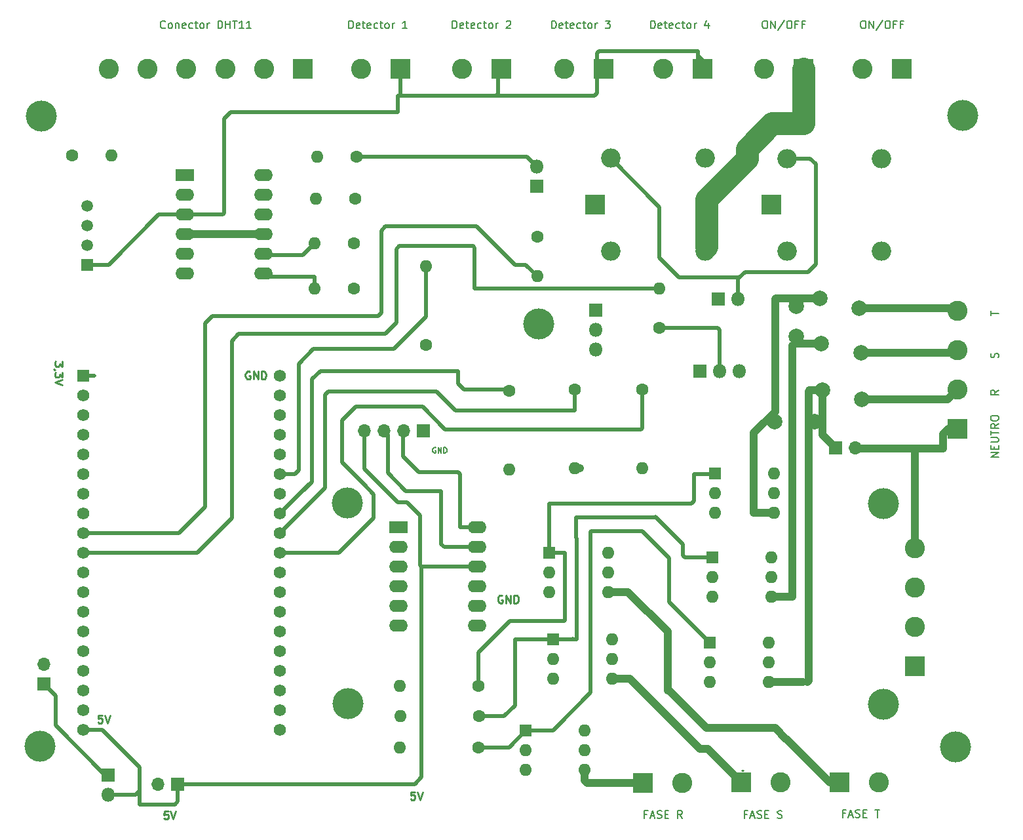
<source format=gbr>
%TF.GenerationSoftware,KiCad,Pcbnew,(5.1.9)-1*%
%TF.CreationDate,2021-11-17T10:25:34-03:00*%
%TF.ProjectId,MODULO-IoT,4d4f4455-4c4f-42d4-996f-542e6b696361,rev?*%
%TF.SameCoordinates,Original*%
%TF.FileFunction,Copper,L1,Top*%
%TF.FilePolarity,Positive*%
%FSLAX46Y46*%
G04 Gerber Fmt 4.6, Leading zero omitted, Abs format (unit mm)*
G04 Created by KiCad (PCBNEW (5.1.9)-1) date 2021-11-17 10:25:34*
%MOMM*%
%LPD*%
G01*
G04 APERTURE LIST*
%TA.AperFunction,NonConductor*%
%ADD10C,0.250000*%
%TD*%
%TA.AperFunction,NonConductor*%
%ADD11C,0.175000*%
%TD*%
%ADD12C,0.150000*%
%TA.AperFunction,ComponentPad*%
%ADD13O,1.700000X1.700000*%
%TD*%
%TA.AperFunction,ComponentPad*%
%ADD14R,1.700000X1.700000*%
%TD*%
%TA.AperFunction,ComponentPad*%
%ADD15O,1.800000X1.800000*%
%TD*%
%TA.AperFunction,ComponentPad*%
%ADD16R,1.800000X1.800000*%
%TD*%
%TA.AperFunction,ComponentPad*%
%ADD17C,2.600000*%
%TD*%
%TA.AperFunction,ComponentPad*%
%ADD18R,2.600000X2.600000*%
%TD*%
%TA.AperFunction,ComponentPad*%
%ADD19O,2.500000X2.500000*%
%TD*%
%TA.AperFunction,ComponentPad*%
%ADD20R,2.500000X2.500000*%
%TD*%
%TA.AperFunction,ComponentPad*%
%ADD21O,1.600000X1.600000*%
%TD*%
%TA.AperFunction,ComponentPad*%
%ADD22C,1.600000*%
%TD*%
%TA.AperFunction,ComponentPad*%
%ADD23R,1.600000X1.600000*%
%TD*%
%TA.AperFunction,ComponentPad*%
%ADD24R,1.500000X1.500000*%
%TD*%
%TA.AperFunction,ComponentPad*%
%ADD25C,1.500000*%
%TD*%
%TA.AperFunction,ComponentPad*%
%ADD26R,1.560000X1.560000*%
%TD*%
%TA.AperFunction,ComponentPad*%
%ADD27C,1.560000*%
%TD*%
%TA.AperFunction,ComponentPad*%
%ADD28R,2.400000X1.600000*%
%TD*%
%TA.AperFunction,ComponentPad*%
%ADD29O,2.400000X1.600000*%
%TD*%
%TA.AperFunction,ComponentPad*%
%ADD30C,2.010000*%
%TD*%
%TA.AperFunction,ViaPad*%
%ADD31C,4.000000*%
%TD*%
%TA.AperFunction,ViaPad*%
%ADD32C,2.000000*%
%TD*%
%TA.AperFunction,Conductor*%
%ADD33C,0.500000*%
%TD*%
%TA.AperFunction,Conductor*%
%ADD34C,1.000000*%
%TD*%
%TA.AperFunction,Conductor*%
%ADD35C,0.250000*%
%TD*%
%TA.AperFunction,Conductor*%
%ADD36C,3.000000*%
%TD*%
G04 APERTURE END LIST*
D10*
X93586323Y-134326380D02*
X93110133Y-134326380D01*
X93062514Y-134802571D01*
X93110133Y-134754952D01*
X93205371Y-134707333D01*
X93443466Y-134707333D01*
X93538704Y-134754952D01*
X93586323Y-134802571D01*
X93633942Y-134897809D01*
X93633942Y-135135904D01*
X93586323Y-135231142D01*
X93538704Y-135278761D01*
X93443466Y-135326380D01*
X93205371Y-135326380D01*
X93110133Y-135278761D01*
X93062514Y-135231142D01*
X93919657Y-134326380D02*
X94252990Y-135326380D01*
X94586323Y-134326380D01*
X112674495Y-89974800D02*
X112579257Y-89927180D01*
X112436400Y-89927180D01*
X112293542Y-89974800D01*
X112198304Y-90070038D01*
X112150685Y-90165276D01*
X112103066Y-90355752D01*
X112103066Y-90498609D01*
X112150685Y-90689085D01*
X112198304Y-90784323D01*
X112293542Y-90879561D01*
X112436400Y-90927180D01*
X112531638Y-90927180D01*
X112674495Y-90879561D01*
X112722114Y-90831942D01*
X112722114Y-90498609D01*
X112531638Y-90498609D01*
X113150685Y-90927180D02*
X113150685Y-89927180D01*
X113722114Y-90927180D01*
X113722114Y-89927180D01*
X114198304Y-90927180D02*
X114198304Y-89927180D01*
X114436400Y-89927180D01*
X114579257Y-89974800D01*
X114674495Y-90070038D01*
X114722114Y-90165276D01*
X114769733Y-90355752D01*
X114769733Y-90498609D01*
X114722114Y-90689085D01*
X114674495Y-90784323D01*
X114579257Y-90879561D01*
X114436400Y-90927180D01*
X114198304Y-90927180D01*
D11*
X136677466Y-99776800D02*
X136610800Y-99743466D01*
X136510800Y-99743466D01*
X136410800Y-99776800D01*
X136344133Y-99843466D01*
X136310800Y-99910133D01*
X136277466Y-100043466D01*
X136277466Y-100143466D01*
X136310800Y-100276800D01*
X136344133Y-100343466D01*
X136410800Y-100410133D01*
X136510800Y-100443466D01*
X136577466Y-100443466D01*
X136677466Y-100410133D01*
X136710800Y-100376800D01*
X136710800Y-100143466D01*
X136577466Y-100143466D01*
X137010800Y-100443466D02*
X137010800Y-99743466D01*
X137410800Y-100443466D01*
X137410800Y-99743466D01*
X137744133Y-100443466D02*
X137744133Y-99743466D01*
X137910800Y-99743466D01*
X138010800Y-99776800D01*
X138077466Y-99843466D01*
X138110800Y-99910133D01*
X138144133Y-100043466D01*
X138144133Y-100143466D01*
X138110800Y-100276800D01*
X138077466Y-100343466D01*
X138010800Y-100410133D01*
X137910800Y-100443466D01*
X137744133Y-100443466D01*
D10*
X102120723Y-146721580D02*
X101644533Y-146721580D01*
X101596914Y-147197771D01*
X101644533Y-147150152D01*
X101739771Y-147102533D01*
X101977866Y-147102533D01*
X102073104Y-147150152D01*
X102120723Y-147197771D01*
X102168342Y-147293009D01*
X102168342Y-147531104D01*
X102120723Y-147626342D01*
X102073104Y-147673961D01*
X101977866Y-147721580D01*
X101739771Y-147721580D01*
X101644533Y-147673961D01*
X101596914Y-147626342D01*
X102454057Y-146721580D02*
X102787390Y-147721580D01*
X103120723Y-146721580D01*
X133972323Y-144232380D02*
X133496133Y-144232380D01*
X133448514Y-144708571D01*
X133496133Y-144660952D01*
X133591371Y-144613333D01*
X133829466Y-144613333D01*
X133924704Y-144660952D01*
X133972323Y-144708571D01*
X134019942Y-144803809D01*
X134019942Y-145041904D01*
X133972323Y-145137142D01*
X133924704Y-145184761D01*
X133829466Y-145232380D01*
X133591371Y-145232380D01*
X133496133Y-145184761D01*
X133448514Y-145137142D01*
X134305657Y-144232380D02*
X134638990Y-145232380D01*
X134972323Y-144232380D01*
X145288095Y-118880000D02*
X145192857Y-118832380D01*
X145050000Y-118832380D01*
X144907142Y-118880000D01*
X144811904Y-118975238D01*
X144764285Y-119070476D01*
X144716666Y-119260952D01*
X144716666Y-119403809D01*
X144764285Y-119594285D01*
X144811904Y-119689523D01*
X144907142Y-119784761D01*
X145050000Y-119832380D01*
X145145238Y-119832380D01*
X145288095Y-119784761D01*
X145335714Y-119737142D01*
X145335714Y-119403809D01*
X145145238Y-119403809D01*
X145764285Y-119832380D02*
X145764285Y-118832380D01*
X146335714Y-119832380D01*
X146335714Y-118832380D01*
X146811904Y-119832380D02*
X146811904Y-118832380D01*
X147050000Y-118832380D01*
X147192857Y-118880000D01*
X147288095Y-118975238D01*
X147335714Y-119070476D01*
X147383333Y-119260952D01*
X147383333Y-119403809D01*
X147335714Y-119594285D01*
X147288095Y-119689523D01*
X147192857Y-119784761D01*
X147050000Y-119832380D01*
X146811904Y-119832380D01*
X88482419Y-88643009D02*
X88482419Y-89262057D01*
X88101466Y-88928723D01*
X88101466Y-89071580D01*
X88053847Y-89166819D01*
X88006228Y-89214438D01*
X87910990Y-89262057D01*
X87672895Y-89262057D01*
X87577657Y-89214438D01*
X87530038Y-89166819D01*
X87482419Y-89071580D01*
X87482419Y-88785866D01*
X87530038Y-88690628D01*
X87577657Y-88643009D01*
X87530038Y-89738247D02*
X87482419Y-89738247D01*
X87387180Y-89690628D01*
X87339561Y-89643009D01*
X88482419Y-90071580D02*
X88482419Y-90690628D01*
X88101466Y-90357295D01*
X88101466Y-90500152D01*
X88053847Y-90595390D01*
X88006228Y-90643009D01*
X87910990Y-90690628D01*
X87672895Y-90690628D01*
X87577657Y-90643009D01*
X87530038Y-90595390D01*
X87482419Y-90500152D01*
X87482419Y-90214438D01*
X87530038Y-90119200D01*
X87577657Y-90071580D01*
X88482419Y-90976342D02*
X87482419Y-91309676D01*
X88482419Y-91643009D01*
%TO.C,J10*%
D12*
X163969961Y-147096171D02*
X163636628Y-147096171D01*
X163636628Y-147619980D02*
X163636628Y-146619980D01*
X164112819Y-146619980D01*
X164446152Y-147334266D02*
X164922342Y-147334266D01*
X164350914Y-147619980D02*
X164684247Y-146619980D01*
X165017580Y-147619980D01*
X165303295Y-147572361D02*
X165446152Y-147619980D01*
X165684247Y-147619980D01*
X165779485Y-147572361D01*
X165827104Y-147524742D01*
X165874723Y-147429504D01*
X165874723Y-147334266D01*
X165827104Y-147239028D01*
X165779485Y-147191409D01*
X165684247Y-147143790D01*
X165493771Y-147096171D01*
X165398533Y-147048552D01*
X165350914Y-147000933D01*
X165303295Y-146905695D01*
X165303295Y-146810457D01*
X165350914Y-146715219D01*
X165398533Y-146667600D01*
X165493771Y-146619980D01*
X165731866Y-146619980D01*
X165874723Y-146667600D01*
X166303295Y-147096171D02*
X166636628Y-147096171D01*
X166779485Y-147619980D02*
X166303295Y-147619980D01*
X166303295Y-146619980D01*
X166779485Y-146619980D01*
X168541390Y-147619980D02*
X168208057Y-147143790D01*
X167969961Y-147619980D02*
X167969961Y-146619980D01*
X168350914Y-146619980D01*
X168446152Y-146667600D01*
X168493771Y-146715219D01*
X168541390Y-146810457D01*
X168541390Y-146953314D01*
X168493771Y-147048552D01*
X168446152Y-147096171D01*
X168350914Y-147143790D01*
X167969961Y-147143790D01*
%TO.C,J9*%
X176896971Y-147096171D02*
X176563638Y-147096171D01*
X176563638Y-147619980D02*
X176563638Y-146619980D01*
X177039828Y-146619980D01*
X177373161Y-147334266D02*
X177849352Y-147334266D01*
X177277923Y-147619980D02*
X177611257Y-146619980D01*
X177944590Y-147619980D01*
X178230304Y-147572361D02*
X178373161Y-147619980D01*
X178611257Y-147619980D01*
X178706495Y-147572361D01*
X178754114Y-147524742D01*
X178801733Y-147429504D01*
X178801733Y-147334266D01*
X178754114Y-147239028D01*
X178706495Y-147191409D01*
X178611257Y-147143790D01*
X178420780Y-147096171D01*
X178325542Y-147048552D01*
X178277923Y-147000933D01*
X178230304Y-146905695D01*
X178230304Y-146810457D01*
X178277923Y-146715219D01*
X178325542Y-146667600D01*
X178420780Y-146619980D01*
X178658876Y-146619980D01*
X178801733Y-146667600D01*
X179230304Y-147096171D02*
X179563638Y-147096171D01*
X179706495Y-147619980D02*
X179230304Y-147619980D01*
X179230304Y-146619980D01*
X179706495Y-146619980D01*
X180849352Y-147572361D02*
X180992209Y-147619980D01*
X181230304Y-147619980D01*
X181325542Y-147572361D01*
X181373161Y-147524742D01*
X181420780Y-147429504D01*
X181420780Y-147334266D01*
X181373161Y-147239028D01*
X181325542Y-147191409D01*
X181230304Y-147143790D01*
X181039828Y-147096171D01*
X180944590Y-147048552D01*
X180896971Y-147000933D01*
X180849352Y-146905695D01*
X180849352Y-146810457D01*
X180896971Y-146715219D01*
X180944590Y-146667600D01*
X181039828Y-146619980D01*
X181277923Y-146619980D01*
X181420780Y-146667600D01*
%TO.C,J8*%
X189590609Y-146994571D02*
X189257276Y-146994571D01*
X189257276Y-147518380D02*
X189257276Y-146518380D01*
X189733466Y-146518380D01*
X190066800Y-147232666D02*
X190542990Y-147232666D01*
X189971561Y-147518380D02*
X190304895Y-146518380D01*
X190638228Y-147518380D01*
X190923942Y-147470761D02*
X191066800Y-147518380D01*
X191304895Y-147518380D01*
X191400133Y-147470761D01*
X191447752Y-147423142D01*
X191495371Y-147327904D01*
X191495371Y-147232666D01*
X191447752Y-147137428D01*
X191400133Y-147089809D01*
X191304895Y-147042190D01*
X191114419Y-146994571D01*
X191019180Y-146946952D01*
X190971561Y-146899333D01*
X190923942Y-146804095D01*
X190923942Y-146708857D01*
X190971561Y-146613619D01*
X191019180Y-146566000D01*
X191114419Y-146518380D01*
X191352514Y-146518380D01*
X191495371Y-146566000D01*
X191923942Y-146994571D02*
X192257276Y-146994571D01*
X192400133Y-147518380D02*
X191923942Y-147518380D01*
X191923942Y-146518380D01*
X192400133Y-146518380D01*
X193447752Y-146518380D02*
X194019180Y-146518380D01*
X193733466Y-147518380D02*
X193733466Y-146518380D01*
%TO.C,J12*%
X125471752Y-45642380D02*
X125471752Y-44642380D01*
X125709847Y-44642380D01*
X125852704Y-44690000D01*
X125947942Y-44785238D01*
X125995561Y-44880476D01*
X126043180Y-45070952D01*
X126043180Y-45213809D01*
X125995561Y-45404285D01*
X125947942Y-45499523D01*
X125852704Y-45594761D01*
X125709847Y-45642380D01*
X125471752Y-45642380D01*
X126852704Y-45594761D02*
X126757466Y-45642380D01*
X126566990Y-45642380D01*
X126471752Y-45594761D01*
X126424133Y-45499523D01*
X126424133Y-45118571D01*
X126471752Y-45023333D01*
X126566990Y-44975714D01*
X126757466Y-44975714D01*
X126852704Y-45023333D01*
X126900323Y-45118571D01*
X126900323Y-45213809D01*
X126424133Y-45309047D01*
X127186038Y-44975714D02*
X127566990Y-44975714D01*
X127328895Y-44642380D02*
X127328895Y-45499523D01*
X127376514Y-45594761D01*
X127471752Y-45642380D01*
X127566990Y-45642380D01*
X128281276Y-45594761D02*
X128186038Y-45642380D01*
X127995561Y-45642380D01*
X127900323Y-45594761D01*
X127852704Y-45499523D01*
X127852704Y-45118571D01*
X127900323Y-45023333D01*
X127995561Y-44975714D01*
X128186038Y-44975714D01*
X128281276Y-45023333D01*
X128328895Y-45118571D01*
X128328895Y-45213809D01*
X127852704Y-45309047D01*
X129186038Y-45594761D02*
X129090800Y-45642380D01*
X128900323Y-45642380D01*
X128805085Y-45594761D01*
X128757466Y-45547142D01*
X128709847Y-45451904D01*
X128709847Y-45166190D01*
X128757466Y-45070952D01*
X128805085Y-45023333D01*
X128900323Y-44975714D01*
X129090800Y-44975714D01*
X129186038Y-45023333D01*
X129471752Y-44975714D02*
X129852704Y-44975714D01*
X129614609Y-44642380D02*
X129614609Y-45499523D01*
X129662228Y-45594761D01*
X129757466Y-45642380D01*
X129852704Y-45642380D01*
X130328895Y-45642380D02*
X130233657Y-45594761D01*
X130186038Y-45547142D01*
X130138419Y-45451904D01*
X130138419Y-45166190D01*
X130186038Y-45070952D01*
X130233657Y-45023333D01*
X130328895Y-44975714D01*
X130471752Y-44975714D01*
X130566990Y-45023333D01*
X130614609Y-45070952D01*
X130662228Y-45166190D01*
X130662228Y-45451904D01*
X130614609Y-45547142D01*
X130566990Y-45594761D01*
X130471752Y-45642380D01*
X130328895Y-45642380D01*
X131090800Y-45642380D02*
X131090800Y-44975714D01*
X131090800Y-45166190D02*
X131138419Y-45070952D01*
X131186038Y-45023333D01*
X131281276Y-44975714D01*
X131376514Y-44975714D01*
X132995561Y-45642380D02*
X132424133Y-45642380D01*
X132709847Y-45642380D02*
X132709847Y-44642380D01*
X132614609Y-44785238D01*
X132519371Y-44880476D01*
X132424133Y-44928095D01*
%TO.C,J16*%
X179136990Y-44642380D02*
X179327466Y-44642380D01*
X179422704Y-44690000D01*
X179517942Y-44785238D01*
X179565561Y-44975714D01*
X179565561Y-45309047D01*
X179517942Y-45499523D01*
X179422704Y-45594761D01*
X179327466Y-45642380D01*
X179136990Y-45642380D01*
X179041752Y-45594761D01*
X178946514Y-45499523D01*
X178898895Y-45309047D01*
X178898895Y-44975714D01*
X178946514Y-44785238D01*
X179041752Y-44690000D01*
X179136990Y-44642380D01*
X179994133Y-45642380D02*
X179994133Y-44642380D01*
X180565561Y-45642380D01*
X180565561Y-44642380D01*
X181756038Y-44594761D02*
X180898895Y-45880476D01*
X182279847Y-44642380D02*
X182470323Y-44642380D01*
X182565561Y-44690000D01*
X182660800Y-44785238D01*
X182708419Y-44975714D01*
X182708419Y-45309047D01*
X182660800Y-45499523D01*
X182565561Y-45594761D01*
X182470323Y-45642380D01*
X182279847Y-45642380D01*
X182184609Y-45594761D01*
X182089371Y-45499523D01*
X182041752Y-45309047D01*
X182041752Y-44975714D01*
X182089371Y-44785238D01*
X182184609Y-44690000D01*
X182279847Y-44642380D01*
X183470323Y-45118571D02*
X183136990Y-45118571D01*
X183136990Y-45642380D02*
X183136990Y-44642380D01*
X183613180Y-44642380D01*
X184327466Y-45118571D02*
X183994133Y-45118571D01*
X183994133Y-45642380D02*
X183994133Y-44642380D01*
X184470323Y-44642380D01*
%TO.C,J1*%
X209392780Y-101000342D02*
X208392780Y-101000342D01*
X209392780Y-100428914D01*
X208392780Y-100428914D01*
X208868971Y-99952723D02*
X208868971Y-99619390D01*
X209392780Y-99476533D02*
X209392780Y-99952723D01*
X208392780Y-99952723D01*
X208392780Y-99476533D01*
X208392780Y-99047961D02*
X209202304Y-99047961D01*
X209297542Y-99000342D01*
X209345161Y-98952723D01*
X209392780Y-98857485D01*
X209392780Y-98667009D01*
X209345161Y-98571771D01*
X209297542Y-98524152D01*
X209202304Y-98476533D01*
X208392780Y-98476533D01*
X208392780Y-98143200D02*
X208392780Y-97571771D01*
X209392780Y-97857485D02*
X208392780Y-97857485D01*
X209392780Y-96667009D02*
X208916590Y-97000342D01*
X209392780Y-97238438D02*
X208392780Y-97238438D01*
X208392780Y-96857485D01*
X208440400Y-96762247D01*
X208488019Y-96714628D01*
X208583257Y-96667009D01*
X208726114Y-96667009D01*
X208821352Y-96714628D01*
X208868971Y-96762247D01*
X208916590Y-96857485D01*
X208916590Y-97238438D01*
X208392780Y-96047961D02*
X208392780Y-95857485D01*
X208440400Y-95762247D01*
X208535638Y-95667009D01*
X208726114Y-95619390D01*
X209059447Y-95619390D01*
X209249923Y-95667009D01*
X209345161Y-95762247D01*
X209392780Y-95857485D01*
X209392780Y-96047961D01*
X209345161Y-96143200D01*
X209249923Y-96238438D01*
X209059447Y-96286057D01*
X208726114Y-96286057D01*
X208535638Y-96238438D01*
X208440400Y-96143200D01*
X208392780Y-96047961D01*
X209392780Y-92333676D02*
X208916590Y-92667009D01*
X209392780Y-92905104D02*
X208392780Y-92905104D01*
X208392780Y-92524152D01*
X208440400Y-92428914D01*
X208488019Y-92381295D01*
X208583257Y-92333676D01*
X208726114Y-92333676D01*
X208821352Y-92381295D01*
X208868971Y-92428914D01*
X208916590Y-92524152D01*
X208916590Y-92905104D01*
X209345161Y-88143200D02*
X209392780Y-88000342D01*
X209392780Y-87762247D01*
X209345161Y-87667009D01*
X209297542Y-87619390D01*
X209202304Y-87571771D01*
X209107066Y-87571771D01*
X209011828Y-87619390D01*
X208964209Y-87667009D01*
X208916590Y-87762247D01*
X208868971Y-87952723D01*
X208821352Y-88047961D01*
X208773733Y-88095580D01*
X208678495Y-88143200D01*
X208583257Y-88143200D01*
X208488019Y-88095580D01*
X208440400Y-88047961D01*
X208392780Y-87952723D01*
X208392780Y-87714628D01*
X208440400Y-87571771D01*
X208392780Y-82714628D02*
X208392780Y-82143200D01*
X209392780Y-82428914D02*
X208392780Y-82428914D01*
%TO.C,J17*%
X191836990Y-44642380D02*
X192027466Y-44642380D01*
X192122704Y-44690000D01*
X192217942Y-44785238D01*
X192265561Y-44975714D01*
X192265561Y-45309047D01*
X192217942Y-45499523D01*
X192122704Y-45594761D01*
X192027466Y-45642380D01*
X191836990Y-45642380D01*
X191741752Y-45594761D01*
X191646514Y-45499523D01*
X191598895Y-45309047D01*
X191598895Y-44975714D01*
X191646514Y-44785238D01*
X191741752Y-44690000D01*
X191836990Y-44642380D01*
X192694133Y-45642380D02*
X192694133Y-44642380D01*
X193265561Y-45642380D01*
X193265561Y-44642380D01*
X194456038Y-44594761D02*
X193598895Y-45880476D01*
X194979847Y-44642380D02*
X195170323Y-44642380D01*
X195265561Y-44690000D01*
X195360800Y-44785238D01*
X195408419Y-44975714D01*
X195408419Y-45309047D01*
X195360800Y-45499523D01*
X195265561Y-45594761D01*
X195170323Y-45642380D01*
X194979847Y-45642380D01*
X194884609Y-45594761D01*
X194789371Y-45499523D01*
X194741752Y-45309047D01*
X194741752Y-44975714D01*
X194789371Y-44785238D01*
X194884609Y-44690000D01*
X194979847Y-44642380D01*
X196170323Y-45118571D02*
X195836990Y-45118571D01*
X195836990Y-45642380D02*
X195836990Y-44642380D01*
X196313180Y-44642380D01*
X197027466Y-45118571D02*
X196694133Y-45118571D01*
X196694133Y-45642380D02*
X196694133Y-44642380D01*
X197170323Y-44642380D01*
%TO.C,J13*%
X138857504Y-45642380D02*
X138857504Y-44642380D01*
X139095600Y-44642380D01*
X139238457Y-44690000D01*
X139333695Y-44785238D01*
X139381314Y-44880476D01*
X139428933Y-45070952D01*
X139428933Y-45213809D01*
X139381314Y-45404285D01*
X139333695Y-45499523D01*
X139238457Y-45594761D01*
X139095600Y-45642380D01*
X138857504Y-45642380D01*
X140238457Y-45594761D02*
X140143219Y-45642380D01*
X139952742Y-45642380D01*
X139857504Y-45594761D01*
X139809885Y-45499523D01*
X139809885Y-45118571D01*
X139857504Y-45023333D01*
X139952742Y-44975714D01*
X140143219Y-44975714D01*
X140238457Y-45023333D01*
X140286076Y-45118571D01*
X140286076Y-45213809D01*
X139809885Y-45309047D01*
X140571790Y-44975714D02*
X140952742Y-44975714D01*
X140714647Y-44642380D02*
X140714647Y-45499523D01*
X140762266Y-45594761D01*
X140857504Y-45642380D01*
X140952742Y-45642380D01*
X141667028Y-45594761D02*
X141571790Y-45642380D01*
X141381314Y-45642380D01*
X141286076Y-45594761D01*
X141238457Y-45499523D01*
X141238457Y-45118571D01*
X141286076Y-45023333D01*
X141381314Y-44975714D01*
X141571790Y-44975714D01*
X141667028Y-45023333D01*
X141714647Y-45118571D01*
X141714647Y-45213809D01*
X141238457Y-45309047D01*
X142571790Y-45594761D02*
X142476552Y-45642380D01*
X142286076Y-45642380D01*
X142190838Y-45594761D01*
X142143219Y-45547142D01*
X142095600Y-45451904D01*
X142095600Y-45166190D01*
X142143219Y-45070952D01*
X142190838Y-45023333D01*
X142286076Y-44975714D01*
X142476552Y-44975714D01*
X142571790Y-45023333D01*
X142857504Y-44975714D02*
X143238457Y-44975714D01*
X143000361Y-44642380D02*
X143000361Y-45499523D01*
X143047980Y-45594761D01*
X143143219Y-45642380D01*
X143238457Y-45642380D01*
X143714647Y-45642380D02*
X143619409Y-45594761D01*
X143571790Y-45547142D01*
X143524171Y-45451904D01*
X143524171Y-45166190D01*
X143571790Y-45070952D01*
X143619409Y-45023333D01*
X143714647Y-44975714D01*
X143857504Y-44975714D01*
X143952742Y-45023333D01*
X144000361Y-45070952D01*
X144047980Y-45166190D01*
X144047980Y-45451904D01*
X144000361Y-45547142D01*
X143952742Y-45594761D01*
X143857504Y-45642380D01*
X143714647Y-45642380D01*
X144476552Y-45642380D02*
X144476552Y-44975714D01*
X144476552Y-45166190D02*
X144524171Y-45070952D01*
X144571790Y-45023333D01*
X144667028Y-44975714D01*
X144762266Y-44975714D01*
X145809885Y-44737619D02*
X145857504Y-44690000D01*
X145952742Y-44642380D01*
X146190838Y-44642380D01*
X146286076Y-44690000D01*
X146333695Y-44737619D01*
X146381314Y-44832857D01*
X146381314Y-44928095D01*
X146333695Y-45070952D01*
X145762266Y-45642380D01*
X146381314Y-45642380D01*
%TO.C,J14*%
X151684552Y-45642380D02*
X151684552Y-44642380D01*
X151922647Y-44642380D01*
X152065504Y-44690000D01*
X152160742Y-44785238D01*
X152208361Y-44880476D01*
X152255980Y-45070952D01*
X152255980Y-45213809D01*
X152208361Y-45404285D01*
X152160742Y-45499523D01*
X152065504Y-45594761D01*
X151922647Y-45642380D01*
X151684552Y-45642380D01*
X153065504Y-45594761D02*
X152970266Y-45642380D01*
X152779790Y-45642380D01*
X152684552Y-45594761D01*
X152636933Y-45499523D01*
X152636933Y-45118571D01*
X152684552Y-45023333D01*
X152779790Y-44975714D01*
X152970266Y-44975714D01*
X153065504Y-45023333D01*
X153113123Y-45118571D01*
X153113123Y-45213809D01*
X152636933Y-45309047D01*
X153398838Y-44975714D02*
X153779790Y-44975714D01*
X153541695Y-44642380D02*
X153541695Y-45499523D01*
X153589314Y-45594761D01*
X153684552Y-45642380D01*
X153779790Y-45642380D01*
X154494076Y-45594761D02*
X154398838Y-45642380D01*
X154208361Y-45642380D01*
X154113123Y-45594761D01*
X154065504Y-45499523D01*
X154065504Y-45118571D01*
X154113123Y-45023333D01*
X154208361Y-44975714D01*
X154398838Y-44975714D01*
X154494076Y-45023333D01*
X154541695Y-45118571D01*
X154541695Y-45213809D01*
X154065504Y-45309047D01*
X155398838Y-45594761D02*
X155303600Y-45642380D01*
X155113123Y-45642380D01*
X155017885Y-45594761D01*
X154970266Y-45547142D01*
X154922647Y-45451904D01*
X154922647Y-45166190D01*
X154970266Y-45070952D01*
X155017885Y-45023333D01*
X155113123Y-44975714D01*
X155303600Y-44975714D01*
X155398838Y-45023333D01*
X155684552Y-44975714D02*
X156065504Y-44975714D01*
X155827409Y-44642380D02*
X155827409Y-45499523D01*
X155875028Y-45594761D01*
X155970266Y-45642380D01*
X156065504Y-45642380D01*
X156541695Y-45642380D02*
X156446457Y-45594761D01*
X156398838Y-45547142D01*
X156351219Y-45451904D01*
X156351219Y-45166190D01*
X156398838Y-45070952D01*
X156446457Y-45023333D01*
X156541695Y-44975714D01*
X156684552Y-44975714D01*
X156779790Y-45023333D01*
X156827409Y-45070952D01*
X156875028Y-45166190D01*
X156875028Y-45451904D01*
X156827409Y-45547142D01*
X156779790Y-45594761D01*
X156684552Y-45642380D01*
X156541695Y-45642380D01*
X157303600Y-45642380D02*
X157303600Y-44975714D01*
X157303600Y-45166190D02*
X157351219Y-45070952D01*
X157398838Y-45023333D01*
X157494076Y-44975714D01*
X157589314Y-44975714D01*
X158589314Y-44642380D02*
X159208361Y-44642380D01*
X158875028Y-45023333D01*
X159017885Y-45023333D01*
X159113123Y-45070952D01*
X159160742Y-45118571D01*
X159208361Y-45213809D01*
X159208361Y-45451904D01*
X159160742Y-45547142D01*
X159113123Y-45594761D01*
X159017885Y-45642380D01*
X158732171Y-45642380D01*
X158636933Y-45594761D01*
X158589314Y-45547142D01*
%TO.C,J15*%
X164486152Y-45642380D02*
X164486152Y-44642380D01*
X164724247Y-44642380D01*
X164867104Y-44690000D01*
X164962342Y-44785238D01*
X165009961Y-44880476D01*
X165057580Y-45070952D01*
X165057580Y-45213809D01*
X165009961Y-45404285D01*
X164962342Y-45499523D01*
X164867104Y-45594761D01*
X164724247Y-45642380D01*
X164486152Y-45642380D01*
X165867104Y-45594761D02*
X165771866Y-45642380D01*
X165581390Y-45642380D01*
X165486152Y-45594761D01*
X165438533Y-45499523D01*
X165438533Y-45118571D01*
X165486152Y-45023333D01*
X165581390Y-44975714D01*
X165771866Y-44975714D01*
X165867104Y-45023333D01*
X165914723Y-45118571D01*
X165914723Y-45213809D01*
X165438533Y-45309047D01*
X166200438Y-44975714D02*
X166581390Y-44975714D01*
X166343295Y-44642380D02*
X166343295Y-45499523D01*
X166390914Y-45594761D01*
X166486152Y-45642380D01*
X166581390Y-45642380D01*
X167295676Y-45594761D02*
X167200438Y-45642380D01*
X167009961Y-45642380D01*
X166914723Y-45594761D01*
X166867104Y-45499523D01*
X166867104Y-45118571D01*
X166914723Y-45023333D01*
X167009961Y-44975714D01*
X167200438Y-44975714D01*
X167295676Y-45023333D01*
X167343295Y-45118571D01*
X167343295Y-45213809D01*
X166867104Y-45309047D01*
X168200438Y-45594761D02*
X168105200Y-45642380D01*
X167914723Y-45642380D01*
X167819485Y-45594761D01*
X167771866Y-45547142D01*
X167724247Y-45451904D01*
X167724247Y-45166190D01*
X167771866Y-45070952D01*
X167819485Y-45023333D01*
X167914723Y-44975714D01*
X168105200Y-44975714D01*
X168200438Y-45023333D01*
X168486152Y-44975714D02*
X168867104Y-44975714D01*
X168629009Y-44642380D02*
X168629009Y-45499523D01*
X168676628Y-45594761D01*
X168771866Y-45642380D01*
X168867104Y-45642380D01*
X169343295Y-45642380D02*
X169248057Y-45594761D01*
X169200438Y-45547142D01*
X169152819Y-45451904D01*
X169152819Y-45166190D01*
X169200438Y-45070952D01*
X169248057Y-45023333D01*
X169343295Y-44975714D01*
X169486152Y-44975714D01*
X169581390Y-45023333D01*
X169629009Y-45070952D01*
X169676628Y-45166190D01*
X169676628Y-45451904D01*
X169629009Y-45547142D01*
X169581390Y-45594761D01*
X169486152Y-45642380D01*
X169343295Y-45642380D01*
X170105200Y-45642380D02*
X170105200Y-44975714D01*
X170105200Y-45166190D02*
X170152819Y-45070952D01*
X170200438Y-45023333D01*
X170295676Y-44975714D01*
X170390914Y-44975714D01*
X171914723Y-44975714D02*
X171914723Y-45642380D01*
X171676628Y-44594761D02*
X171438533Y-45309047D01*
X172057580Y-45309047D01*
%TO.C,J11*%
X101743504Y-45547142D02*
X101695885Y-45594761D01*
X101553028Y-45642380D01*
X101457790Y-45642380D01*
X101314933Y-45594761D01*
X101219695Y-45499523D01*
X101172076Y-45404285D01*
X101124457Y-45213809D01*
X101124457Y-45070952D01*
X101172076Y-44880476D01*
X101219695Y-44785238D01*
X101314933Y-44690000D01*
X101457790Y-44642380D01*
X101553028Y-44642380D01*
X101695885Y-44690000D01*
X101743504Y-44737619D01*
X102314933Y-45642380D02*
X102219695Y-45594761D01*
X102172076Y-45547142D01*
X102124457Y-45451904D01*
X102124457Y-45166190D01*
X102172076Y-45070952D01*
X102219695Y-45023333D01*
X102314933Y-44975714D01*
X102457790Y-44975714D01*
X102553028Y-45023333D01*
X102600647Y-45070952D01*
X102648266Y-45166190D01*
X102648266Y-45451904D01*
X102600647Y-45547142D01*
X102553028Y-45594761D01*
X102457790Y-45642380D01*
X102314933Y-45642380D01*
X103076838Y-44975714D02*
X103076838Y-45642380D01*
X103076838Y-45070952D02*
X103124457Y-45023333D01*
X103219695Y-44975714D01*
X103362552Y-44975714D01*
X103457790Y-45023333D01*
X103505409Y-45118571D01*
X103505409Y-45642380D01*
X104362552Y-45594761D02*
X104267314Y-45642380D01*
X104076838Y-45642380D01*
X103981600Y-45594761D01*
X103933980Y-45499523D01*
X103933980Y-45118571D01*
X103981600Y-45023333D01*
X104076838Y-44975714D01*
X104267314Y-44975714D01*
X104362552Y-45023333D01*
X104410171Y-45118571D01*
X104410171Y-45213809D01*
X103933980Y-45309047D01*
X105267314Y-45594761D02*
X105172076Y-45642380D01*
X104981600Y-45642380D01*
X104886361Y-45594761D01*
X104838742Y-45547142D01*
X104791123Y-45451904D01*
X104791123Y-45166190D01*
X104838742Y-45070952D01*
X104886361Y-45023333D01*
X104981600Y-44975714D01*
X105172076Y-44975714D01*
X105267314Y-45023333D01*
X105553028Y-44975714D02*
X105933980Y-44975714D01*
X105695885Y-44642380D02*
X105695885Y-45499523D01*
X105743504Y-45594761D01*
X105838742Y-45642380D01*
X105933980Y-45642380D01*
X106410171Y-45642380D02*
X106314933Y-45594761D01*
X106267314Y-45547142D01*
X106219695Y-45451904D01*
X106219695Y-45166190D01*
X106267314Y-45070952D01*
X106314933Y-45023333D01*
X106410171Y-44975714D01*
X106553028Y-44975714D01*
X106648266Y-45023333D01*
X106695885Y-45070952D01*
X106743504Y-45166190D01*
X106743504Y-45451904D01*
X106695885Y-45547142D01*
X106648266Y-45594761D01*
X106553028Y-45642380D01*
X106410171Y-45642380D01*
X107172076Y-45642380D02*
X107172076Y-44975714D01*
X107172076Y-45166190D02*
X107219695Y-45070952D01*
X107267314Y-45023333D01*
X107362552Y-44975714D01*
X107457790Y-44975714D01*
X108553028Y-45642380D02*
X108553028Y-44642380D01*
X108791123Y-44642380D01*
X108933980Y-44690000D01*
X109029219Y-44785238D01*
X109076838Y-44880476D01*
X109124457Y-45070952D01*
X109124457Y-45213809D01*
X109076838Y-45404285D01*
X109029219Y-45499523D01*
X108933980Y-45594761D01*
X108791123Y-45642380D01*
X108553028Y-45642380D01*
X109553028Y-45642380D02*
X109553028Y-44642380D01*
X109553028Y-45118571D02*
X110124457Y-45118571D01*
X110124457Y-45642380D02*
X110124457Y-44642380D01*
X110457790Y-44642380D02*
X111029219Y-44642380D01*
X110743504Y-45642380D02*
X110743504Y-44642380D01*
X111886361Y-45642380D02*
X111314933Y-45642380D01*
X111600647Y-45642380D02*
X111600647Y-44642380D01*
X111505409Y-44785238D01*
X111410171Y-44880476D01*
X111314933Y-44928095D01*
X112838742Y-45642380D02*
X112267314Y-45642380D01*
X112553028Y-45642380D02*
X112553028Y-44642380D01*
X112457790Y-44785238D01*
X112362552Y-44880476D01*
X112267314Y-44928095D01*
%TD*%
D13*
%TO.P,J4,2*%
%TO.N,Net-(J3-Pad2)*%
X86055200Y-127762000D03*
D14*
%TO.P,J4,1*%
%TO.N,Net-(D3-Pad1)*%
X86055200Y-130302000D03*
%TD*%
D15*
%TO.P,D3,2*%
%TO.N,Net-(D1-Pad2)*%
X94335600Y-144576800D03*
D16*
%TO.P,D3,1*%
%TO.N,Net-(D3-Pad1)*%
X94335600Y-142036800D03*
%TD*%
D17*
%TO.P,J10,2*%
%TO.N,Net-(J10-Pad2)*%
X168554400Y-143052800D03*
D18*
%TO.P,J10,1*%
%TO.N,Net-(J10-Pad1)*%
X163474400Y-143052800D03*
%TD*%
D17*
%TO.P,J9,2*%
%TO.N,Net-(J10-Pad2)*%
X181203600Y-143002000D03*
D18*
%TO.P,J9,1*%
%TO.N,Net-(J9-Pad1)*%
X176123600Y-143002000D03*
%TD*%
D17*
%TO.P,J8,2*%
%TO.N,Net-(J10-Pad2)*%
X193903600Y-143002000D03*
D18*
%TO.P,J8,1*%
%TO.N,Net-(J8-Pad1)*%
X188823600Y-143002000D03*
%TD*%
D19*
%TO.P,K3,5*%
%TO.N,Net-(D1-Pad2)*%
X182086000Y-62427600D03*
%TO.P,K3,4*%
%TO.N,Net-(K3-Pad4)*%
X194286000Y-62427600D03*
%TO.P,K3,3*%
%TO.N,Net-(J17-Pad1)*%
X194286000Y-74427600D03*
%TO.P,K3,2*%
%TO.N,Net-(D1-Pad1)*%
X182086000Y-74427600D03*
D20*
%TO.P,K3,1*%
%TO.N,Net-(J17-Pad2)*%
X180086000Y-68427600D03*
%TD*%
D21*
%TO.P,R7,2*%
%TO.N,Net-(J12-Pad2)*%
X135432800Y-76352400D03*
D22*
%TO.P,R7,1*%
%TO.N,GND*%
X135432800Y-86512400D03*
%TD*%
D17*
%TO.P,J12,2*%
%TO.N,Net-(J12-Pad2)*%
X127050800Y-50850000D03*
D18*
%TO.P,J12,1*%
%TO.N,Net-(Interno1-Pad1)*%
X132130800Y-50850000D03*
%TD*%
D19*
%TO.P,K2,5*%
%TO.N,Net-(D1-Pad2)*%
X159276800Y-62376800D03*
%TO.P,K2,4*%
%TO.N,Net-(K2-Pad4)*%
X171476800Y-62376800D03*
%TO.P,K2,3*%
%TO.N,Net-(J16-Pad1)*%
X171476800Y-74376800D03*
%TO.P,K2,2*%
%TO.N,Net-(D2-Pad1)*%
X159276800Y-74376800D03*
D20*
%TO.P,K2,1*%
%TO.N,Net-(J16-Pad2)*%
X157276800Y-68376800D03*
%TD*%
D17*
%TO.P,J16,2*%
%TO.N,Net-(J16-Pad2)*%
X179120800Y-50850000D03*
D18*
%TO.P,J16,1*%
%TO.N,Net-(J16-Pad1)*%
X184200800Y-50850000D03*
%TD*%
D21*
%TO.P,U7,6*%
%TO.N,Net-(J5-Pad1)*%
X159461200Y-124561600D03*
%TO.P,U7,3*%
%TO.N,Net-(U7-Pad3)*%
X151841200Y-129641600D03*
%TO.P,U7,5*%
%TO.N,Net-(U7-Pad5)*%
X159461200Y-127101600D03*
%TO.P,U7,2*%
%TO.N,GND*%
X151841200Y-127101600D03*
%TO.P,U7,4*%
%TO.N,Net-(J9-Pad1)*%
X159461200Y-129641600D03*
D23*
%TO.P,U7,1*%
%TO.N,Net-(R2-Pad1)*%
X151841200Y-124561600D03*
%TD*%
D16*
%TO.P,D1,1*%
%TO.N,Net-(D1-Pad1)*%
X173228000Y-80568800D03*
D15*
%TO.P,D1,2*%
%TO.N,Net-(D1-Pad2)*%
X175768000Y-80568800D03*
%TD*%
%TO.P,D2,2*%
%TO.N,Net-(D1-Pad2)*%
X149707600Y-63449200D03*
D16*
%TO.P,D2,1*%
%TO.N,Net-(D2-Pad1)*%
X149707600Y-65989200D03*
%TD*%
D18*
%TO.P,J1,1*%
%TO.N,Net-(J1-Pad1)*%
X204114400Y-97383600D03*
D17*
%TO.P,J1,2*%
%TO.N,Net-(F3-Pad1)*%
X204114400Y-92303600D03*
%TO.P,J1,3*%
%TO.N,Net-(F2-Pad1)*%
X204114400Y-87223600D03*
%TO.P,J1,4*%
%TO.N,Net-(F1-Pad1)*%
X204114400Y-82143600D03*
%TD*%
D13*
%TO.P,J2,2*%
%TO.N,Net-(J1-Pad1)*%
X190855600Y-99822000D03*
D14*
%TO.P,J2,1*%
%TO.N,Net-(F3-Pad2)*%
X188315600Y-99822000D03*
%TD*%
D17*
%TO.P,J5,4*%
%TO.N,Net-(J1-Pad1)*%
X198577200Y-112725200D03*
%TO.P,J5,3*%
%TO.N,Net-(J5-Pad3)*%
X198577200Y-117805200D03*
%TO.P,J5,2*%
%TO.N,Net-(J10-Pad2)*%
X198577200Y-122885200D03*
D18*
%TO.P,J5,1*%
%TO.N,Net-(J5-Pad1)*%
X198577200Y-127965200D03*
%TD*%
%TO.P,J17,1*%
%TO.N,Net-(J17-Pad1)*%
X196900800Y-50850000D03*
D17*
%TO.P,J17,2*%
%TO.N,Net-(J17-Pad2)*%
X191820800Y-50850000D03*
%TD*%
D14*
%TO.P,J7,1*%
%TO.N,GND*%
X135128000Y-97637600D03*
D13*
%TO.P,J7,2*%
%TO.N,Net-(J7-Pad2)*%
X132588000Y-97637600D03*
%TO.P,J7,3*%
%TO.N,Net-(J7-Pad3)*%
X130048000Y-97637600D03*
%TO.P,J7,4*%
%TO.N,Net-(D1-Pad2)*%
X127508000Y-97637600D03*
%TD*%
D21*
%TO.P,R1,2*%
%TO.N,Net-(R1-Pad2)*%
X132029200Y-138480800D03*
D22*
%TO.P,R1,1*%
%TO.N,Net-(R1-Pad1)*%
X142189200Y-138480800D03*
%TD*%
%TO.P,R2,1*%
%TO.N,Net-(R2-Pad1)*%
X142290800Y-134416800D03*
D21*
%TO.P,R2,2*%
%TO.N,Net-(R2-Pad2)*%
X132130800Y-134416800D03*
%TD*%
%TO.P,R3,2*%
%TO.N,Net-(R3-Pad2)*%
X132080000Y-130505200D03*
D22*
%TO.P,R3,1*%
%TO.N,Net-(R3-Pad1)*%
X142240000Y-130505200D03*
%TD*%
%TO.P,R5,1*%
%TO.N,Net-(J13-Pad2)*%
X146202400Y-92405200D03*
D21*
%TO.P,R5,2*%
%TO.N,GND*%
X146202400Y-102565200D03*
%TD*%
D22*
%TO.P,R6,1*%
%TO.N,Net-(J14-Pad2)*%
X154686000Y-92303600D03*
D21*
%TO.P,R6,2*%
%TO.N,GND*%
X154686000Y-102463600D03*
%TD*%
D22*
%TO.P,R8,1*%
%TO.N,Net-(J15-Pad2)*%
X163372800Y-92303600D03*
D21*
%TO.P,R8,2*%
%TO.N,GND*%
X163372800Y-102463600D03*
%TD*%
D24*
%TO.P,Interno,1*%
%TO.N,Net-(Interno1-Pad1)*%
X91694000Y-76149200D03*
D25*
%TO.P,Interno,2*%
%TO.N,Net-(Interno1-Pad2)*%
X91694000Y-73609200D03*
%TO.P,Interno,3*%
%TO.N,Net-(Interno1-Pad3)*%
X91694000Y-71069200D03*
%TO.P,Interno,4*%
%TO.N,N/C*%
X91694000Y-68529200D03*
%TD*%
D26*
%TO.P,U1,1*%
%TO.N,Net-(Interno1-Pad1)*%
X91186000Y-90476000D03*
D27*
%TO.P,U1,2*%
%TO.N,Net-(U1-Pad2)*%
X91186000Y-93016000D03*
%TO.P,U1,19*%
%TO.N,Net-(D1-Pad2)*%
X91186000Y-136196000D03*
%TO.P,U1,3*%
%TO.N,Net-(U1-Pad3)*%
X91186000Y-95556000D03*
%TO.P,U1,4*%
%TO.N,Net-(U1-Pad4)*%
X91186000Y-98096000D03*
%TO.P,U1,5*%
%TO.N,Net-(U1-Pad5)*%
X91186000Y-100636000D03*
%TO.P,U1,6*%
%TO.N,Net-(U1-Pad6)*%
X91186000Y-103176000D03*
%TO.P,U1,7*%
%TO.N,Net-(U1-Pad7)*%
X91186000Y-105716000D03*
%TO.P,U1,8*%
%TO.N,Net-(U1-Pad8)*%
X91186000Y-108256000D03*
%TO.P,U1,9*%
%TO.N,Net-(R14-Pad2)*%
X91186000Y-110796000D03*
%TO.P,U1,10*%
%TO.N,Net-(R15-Pad2)*%
X91186000Y-113336000D03*
%TO.P,U1,11*%
%TO.N,Net-(R3-Pad2)*%
X91186000Y-115876000D03*
%TO.P,U1,12*%
%TO.N,Net-(R2-Pad2)*%
X91186000Y-118416000D03*
%TO.P,U1,13*%
%TO.N,Net-(R1-Pad2)*%
X91186000Y-120956000D03*
%TO.P,U1,14*%
%TO.N,Net-(J3-Pad2)*%
X91186000Y-123496000D03*
%TO.P,U1,15*%
%TO.N,Net-(U1-Pad15)*%
X91186000Y-126036000D03*
%TO.P,U1,16*%
%TO.N,Net-(U1-Pad16)*%
X91186000Y-128576000D03*
%TO.P,U1,17*%
%TO.N,Net-(U1-Pad17)*%
X91186000Y-131116000D03*
%TO.P,U1,18*%
%TO.N,Net-(U1-Pad18)*%
X91186000Y-133656000D03*
%TO.P,U1,20*%
%TO.N,Net-(J11-Pad6)*%
X116586000Y-90476000D03*
%TO.P,U1,21*%
%TO.N,Net-(U1-Pad21)*%
X116586000Y-93016000D03*
%TO.P,U1,22*%
%TO.N,Net-(U1-Pad22)*%
X116586000Y-95556000D03*
%TO.P,U1,23*%
%TO.N,Net-(U1-Pad23)*%
X116586000Y-98096000D03*
%TO.P,U1,24*%
%TO.N,Net-(U1-Pad24)*%
X116586000Y-100636000D03*
%TO.P,U1,25*%
%TO.N,Net-(J12-Pad2)*%
X116586000Y-103176000D03*
%TO.P,U1,26*%
%TO.N,GND*%
X116586000Y-105716000D03*
%TO.P,U1,27*%
%TO.N,Net-(J13-Pad2)*%
X116586000Y-108256000D03*
%TO.P,U1,28*%
%TO.N,Net-(J14-Pad2)*%
X116586000Y-110796000D03*
%TO.P,U1,29*%
%TO.N,Net-(J15-Pad2)*%
X116586000Y-113336000D03*
%TO.P,U1,30*%
%TO.N,Net-(U1-Pad30)*%
X116586000Y-115876000D03*
%TO.P,U1,31*%
%TO.N,Net-(U1-Pad31)*%
X116586000Y-118416000D03*
%TO.P,U1,32*%
%TO.N,Net-(U1-Pad32)*%
X116586000Y-120956000D03*
%TO.P,U1,33*%
%TO.N,Net-(U1-Pad33)*%
X116586000Y-123496000D03*
%TO.P,U1,34*%
%TO.N,Net-(U1-Pad34)*%
X116586000Y-126036000D03*
%TO.P,U1,35*%
%TO.N,Net-(Interno1-Pad2)*%
X116586000Y-128576000D03*
%TO.P,U1,36*%
%TO.N,Net-(U1-Pad36)*%
X116586000Y-131116000D03*
%TO.P,U1,37*%
%TO.N,Net-(U1-Pad37)*%
X116586000Y-133656000D03*
%TO.P,U1,38*%
%TO.N,Net-(U1-Pad38)*%
X116586000Y-136196000D03*
%TD*%
D28*
%TO.P,U2,1*%
%TO.N,Net-(U1-Pad30)*%
X131876800Y-110083600D03*
D29*
%TO.P,U2,7*%
%TO.N,Net-(U2-Pad7)*%
X142036800Y-122783600D03*
%TO.P,U2,2*%
%TO.N,Net-(U1-Pad31)*%
X131876800Y-112623600D03*
%TO.P,U2,8*%
%TO.N,Net-(U2-Pad8)*%
X142036800Y-120243600D03*
%TO.P,U2,3*%
%TO.N,Net-(Interno1-Pad1)*%
X131876800Y-115163600D03*
%TO.P,U2,9*%
%TO.N,GND*%
X142036800Y-117703600D03*
%TO.P,U2,4*%
X131876800Y-117703600D03*
%TO.P,U2,10*%
%TO.N,Net-(D1-Pad2)*%
X142036800Y-115163600D03*
%TO.P,U2,5*%
%TO.N,Net-(U2-Pad5)*%
X131876800Y-120243600D03*
%TO.P,U2,11*%
%TO.N,Net-(J7-Pad3)*%
X142036800Y-112623600D03*
%TO.P,U2,6*%
%TO.N,Net-(U2-Pad6)*%
X131876800Y-122783600D03*
%TO.P,U2,12*%
%TO.N,Net-(J7-Pad2)*%
X142036800Y-110083600D03*
%TD*%
D21*
%TO.P,U3,6*%
%TO.N,Net-(J5-Pad3)*%
X180390800Y-103124000D03*
%TO.P,U3,3*%
%TO.N,Net-(U3-Pad3)*%
X172770800Y-108204000D03*
%TO.P,U3,5*%
%TO.N,Net-(U3-Pad5)*%
X180390800Y-105664000D03*
%TO.P,U3,2*%
%TO.N,GND*%
X172770800Y-105664000D03*
%TO.P,U3,4*%
%TO.N,Net-(F1-Pad2)*%
X180390800Y-108204000D03*
D23*
%TO.P,U3,1*%
%TO.N,Net-(R3-Pad1)*%
X172770800Y-103124000D03*
%TD*%
%TO.P,U4,1*%
%TO.N,Net-(R2-Pad1)*%
X172466000Y-113944400D03*
D21*
%TO.P,U4,4*%
%TO.N,Net-(F2-Pad2)*%
X180086000Y-119024400D03*
%TO.P,U4,2*%
%TO.N,GND*%
X172466000Y-116484400D03*
%TO.P,U4,5*%
%TO.N,Net-(U4-Pad5)*%
X180086000Y-116484400D03*
%TO.P,U4,3*%
%TO.N,Net-(U4-Pad3)*%
X172466000Y-119024400D03*
%TO.P,U4,6*%
%TO.N,Net-(J5-Pad3)*%
X180086000Y-113944400D03*
%TD*%
%TO.P,U5,6*%
%TO.N,Net-(J5-Pad3)*%
X179679600Y-124917200D03*
%TO.P,U5,3*%
%TO.N,Net-(U5-Pad3)*%
X172059600Y-129997200D03*
%TO.P,U5,5*%
%TO.N,Net-(U5-Pad5)*%
X179679600Y-127457200D03*
%TO.P,U5,2*%
%TO.N,GND*%
X172059600Y-127457200D03*
%TO.P,U5,4*%
%TO.N,Net-(F3-Pad2)*%
X179679600Y-129997200D03*
D23*
%TO.P,U5,1*%
%TO.N,Net-(R1-Pad1)*%
X172059600Y-124917200D03*
%TD*%
%TO.P,U6,1*%
%TO.N,Net-(R3-Pad1)*%
X151384000Y-113334800D03*
D21*
%TO.P,U6,4*%
%TO.N,Net-(J8-Pad1)*%
X159004000Y-118414800D03*
%TO.P,U6,2*%
%TO.N,GND*%
X151384000Y-115874800D03*
%TO.P,U6,5*%
%TO.N,Net-(U6-Pad5)*%
X159004000Y-115874800D03*
%TO.P,U6,3*%
%TO.N,Net-(U6-Pad3)*%
X151384000Y-118414800D03*
%TO.P,U6,6*%
%TO.N,Net-(J5-Pad1)*%
X159004000Y-113334800D03*
%TD*%
D23*
%TO.P,U8,1*%
%TO.N,Net-(R1-Pad1)*%
X148336000Y-136296400D03*
D21*
%TO.P,U8,4*%
%TO.N,Net-(J10-Pad1)*%
X155956000Y-141376400D03*
%TO.P,U8,2*%
%TO.N,GND*%
X148336000Y-138836400D03*
%TO.P,U8,5*%
%TO.N,Net-(U8-Pad5)*%
X155956000Y-138836400D03*
%TO.P,U8,3*%
%TO.N,Net-(U8-Pad3)*%
X148336000Y-141376400D03*
%TO.P,U8,6*%
%TO.N,Net-(J5-Pad1)*%
X155956000Y-136296400D03*
%TD*%
D30*
%TO.P,F1,1*%
%TO.N,Net-(F1-Pad1)*%
X191414400Y-81737200D03*
%TO.P,F1,2*%
%TO.N,Net-(F1-Pad2)*%
X186314400Y-80537200D03*
%TD*%
%TO.P,F2,2*%
%TO.N,Net-(F2-Pad2)*%
X186517600Y-86328400D03*
%TO.P,F2,1*%
%TO.N,Net-(F2-Pad1)*%
X191617600Y-87528400D03*
%TD*%
%TO.P,F3,1*%
%TO.N,Net-(F3-Pad1)*%
X191719200Y-93573600D03*
%TO.P,F3,2*%
%TO.N,Net-(F3-Pad2)*%
X186619200Y-92373600D03*
%TD*%
D28*
%TO.P,U9,1*%
%TO.N,Net-(Interno1-Pad2)*%
X104241600Y-64617600D03*
D29*
%TO.P,U9,7*%
%TO.N,Net-(J11-Pad5)*%
X114401600Y-77317600D03*
%TO.P,U9,2*%
%TO.N,Net-(U1-Pad34)*%
X104241600Y-67157600D03*
%TO.P,U9,8*%
%TO.N,Net-(J11-Pad4)*%
X114401600Y-74777600D03*
%TO.P,U9,3*%
%TO.N,Net-(Interno1-Pad1)*%
X104241600Y-69697600D03*
%TO.P,U9,9*%
%TO.N,Net-(J11-Pad6)*%
X114401600Y-72237600D03*
%TO.P,U9,4*%
X104241600Y-72237600D03*
%TO.P,U9,10*%
%TO.N,Net-(D1-Pad2)*%
X114401600Y-69697600D03*
%TO.P,U9,5*%
%TO.N,Net-(U1-Pad33)*%
X104241600Y-74777600D03*
%TO.P,U9,11*%
%TO.N,Net-(J11-Pad3)*%
X114401600Y-67157600D03*
%TO.P,U9,6*%
%TO.N,Net-(U1-Pad32)*%
X104241600Y-77317600D03*
%TO.P,U9,12*%
%TO.N,Net-(J11-Pad2)*%
X114401600Y-64617600D03*
%TD*%
D14*
%TO.P,J3,1*%
%TO.N,Net-(D1-Pad2)*%
X103378000Y-143205200D03*
D13*
%TO.P,J3,2*%
%TO.N,Net-(J3-Pad2)*%
X100838000Y-143205200D03*
%TD*%
D15*
%TO.P,Q1,3*%
%TO.N,GND*%
X157378400Y-87122000D03*
%TO.P,Q1,2*%
%TO.N,Net-(Q1-Pad2)*%
X157378400Y-84582000D03*
D16*
%TO.P,Q1,1*%
%TO.N,Net-(D2-Pad1)*%
X157378400Y-82042000D03*
%TD*%
%TO.P,Q3,1*%
%TO.N,Net-(D1-Pad1)*%
X170840400Y-89865200D03*
D15*
%TO.P,Q3,2*%
%TO.N,Net-(Q3-Pad2)*%
X173380400Y-89865200D03*
%TO.P,Q3,3*%
%TO.N,GND*%
X175920400Y-89865200D03*
%TD*%
D18*
%TO.P,J13,1*%
%TO.N,Net-(Interno1-Pad1)*%
X145135600Y-50850000D03*
D17*
%TO.P,J13,2*%
%TO.N,Net-(J13-Pad2)*%
X140055600Y-50850000D03*
%TD*%
%TO.P,J14,2*%
%TO.N,Net-(J14-Pad2)*%
X153263600Y-50850000D03*
D18*
%TO.P,J14,1*%
%TO.N,Net-(Interno1-Pad1)*%
X158343600Y-50850000D03*
%TD*%
%TO.P,J15,1*%
%TO.N,Net-(Interno1-Pad1)*%
X171145200Y-50850000D03*
D17*
%TO.P,J15,2*%
%TO.N,Net-(J15-Pad2)*%
X166065200Y-50850000D03*
%TD*%
D18*
%TO.P,J11,1*%
%TO.N,Net-(D1-Pad2)*%
X119481600Y-50850000D03*
D17*
%TO.P,J11,2*%
%TO.N,Net-(J11-Pad2)*%
X114481600Y-50850000D03*
%TO.P,J11,3*%
%TO.N,Net-(J11-Pad3)*%
X109481600Y-50850000D03*
%TO.P,J11,4*%
%TO.N,Net-(J11-Pad4)*%
X104481600Y-50850000D03*
%TO.P,J11,5*%
%TO.N,Net-(J11-Pad5)*%
X99481600Y-50850000D03*
%TO.P,J11,6*%
%TO.N,Net-(J11-Pad6)*%
X94481600Y-50850000D03*
%TD*%
D22*
%TO.P,R4,1*%
%TO.N,Net-(Interno1-Pad1)*%
X89712800Y-62026800D03*
D21*
%TO.P,R4,2*%
%TO.N,Net-(Interno1-Pad2)*%
X94792800Y-62026800D03*
%TD*%
%TO.P,R9,2*%
%TO.N,Net-(J11-Pad2)*%
X121361200Y-62179200D03*
D22*
%TO.P,R9,1*%
%TO.N,Net-(D1-Pad2)*%
X126441200Y-62179200D03*
%TD*%
%TO.P,R10,1*%
%TO.N,Net-(D1-Pad2)*%
X126288800Y-67614800D03*
D21*
%TO.P,R10,2*%
%TO.N,Net-(J11-Pad3)*%
X121208800Y-67614800D03*
%TD*%
%TO.P,R11,2*%
%TO.N,Net-(J11-Pad5)*%
X121005600Y-79248000D03*
D22*
%TO.P,R11,1*%
%TO.N,Net-(D1-Pad2)*%
X126085600Y-79248000D03*
%TD*%
%TO.P,R12,1*%
%TO.N,Net-(D1-Pad2)*%
X126136400Y-73406000D03*
D21*
%TO.P,R12,2*%
%TO.N,Net-(J11-Pad4)*%
X121056400Y-73406000D03*
%TD*%
D22*
%TO.P,R14,1*%
%TO.N,Net-(Q1-Pad2)*%
X149809200Y-72542400D03*
D21*
%TO.P,R14,2*%
%TO.N,Net-(R14-Pad2)*%
X149809200Y-77622400D03*
%TD*%
%TO.P,R15,2*%
%TO.N,Net-(R15-Pad2)*%
X165557200Y-79197200D03*
D22*
%TO.P,R15,1*%
%TO.N,Net-(Q3-Pad2)*%
X165557200Y-84277200D03*
%TD*%
D31*
%TO.N,*%
X194564000Y-106984800D03*
X194513200Y-132892800D03*
X125272800Y-106934000D03*
X125323600Y-132791200D03*
D32*
X180492400Y-96418400D03*
X183286400Y-81483200D03*
X185674000Y-96418400D03*
D31*
X203809600Y-138379200D03*
X204774800Y-56896000D03*
X85750400Y-56997600D03*
X149961600Y-83820000D03*
X85547200Y-138328400D03*
D32*
%TO.N,Net-(F2-Pad2)*%
X183235600Y-85394800D03*
%TD*%
D33*
%TO.N,Net-(D1-Pad2)*%
X184759600Y-77114400D02*
X185775600Y-76098400D01*
X176631600Y-77114400D02*
X184759600Y-77114400D01*
X175768000Y-80568800D02*
X175768000Y-77978000D01*
X185775600Y-76098400D02*
X185775600Y-63144400D01*
X185058800Y-62427600D02*
X182086000Y-62427600D01*
X185775600Y-63144400D02*
X185058800Y-62427600D01*
X103378000Y-143205200D02*
X118668800Y-143205200D01*
X134874000Y-115163600D02*
X142036800Y-115163600D01*
X134874000Y-115163600D02*
X134874000Y-142341600D01*
X134010400Y-143205200D02*
X119684800Y-143205200D01*
X134874000Y-142341600D02*
X134010400Y-143205200D01*
X119684800Y-143205200D02*
X118668800Y-143205200D01*
X119837200Y-143205200D02*
X119684800Y-143205200D01*
X127265192Y-97880408D02*
X127508000Y-97637600D01*
X134670800Y-108559600D02*
X132943600Y-106832400D01*
X134670800Y-114960400D02*
X134670800Y-108559600D01*
X134874000Y-115163600D02*
X134670800Y-114960400D01*
X132943600Y-106832400D02*
X131826000Y-106832400D01*
X127508000Y-102514400D02*
X127508000Y-97637600D01*
X131826000Y-106832400D02*
X127508000Y-102514400D01*
X148437600Y-62179200D02*
X149707600Y-63449200D01*
X126441200Y-62179200D02*
X148437600Y-62179200D01*
X159276800Y-62376800D02*
X165608000Y-68708000D01*
X165608000Y-68708000D02*
X165608000Y-75285600D01*
X168148000Y-77825600D02*
X175920400Y-77825600D01*
X165608000Y-75285600D02*
X168148000Y-77825600D01*
X175920400Y-77825600D02*
X176631600Y-77114400D01*
X175768000Y-77978000D02*
X175920400Y-77825600D01*
X102971600Y-145846800D02*
X103378000Y-145440400D01*
X98399600Y-145846800D02*
X102971600Y-145846800D01*
X103378000Y-145440400D02*
X103378000Y-143205200D01*
X93574800Y-136196000D02*
X98399600Y-141020800D01*
X91186000Y-136196000D02*
X93574800Y-136196000D01*
X97942400Y-144576800D02*
X98399600Y-144119600D01*
X94335600Y-144576800D02*
X97942400Y-144576800D01*
X98399600Y-144119600D02*
X98399600Y-145846800D01*
X98399600Y-141020800D02*
X98399600Y-144119600D01*
D34*
%TO.N,Net-(F1-Pad2)*%
X186314400Y-80537200D02*
X180625600Y-80537200D01*
D35*
X180625600Y-80537200D02*
X180543200Y-80619600D01*
D34*
X180543200Y-80619600D02*
X180543200Y-95148400D01*
X180543200Y-95148400D02*
X177800000Y-97891600D01*
X177800000Y-97891600D02*
X177800000Y-108153200D01*
D35*
X180340000Y-108153200D02*
X180390800Y-108204000D01*
D34*
X177800000Y-108153200D02*
X180340000Y-108153200D01*
D35*
%TO.N,Net-(F1-Pad1)*%
X203708000Y-81737200D02*
X204419200Y-82448400D01*
D34*
X203708000Y-81737200D02*
X204114400Y-82143600D01*
X191414400Y-81737200D02*
X203708000Y-81737200D01*
%TO.N,Net-(F2-Pad1)*%
X203809600Y-87528400D02*
X204114400Y-87223600D01*
X191617600Y-87528400D02*
X203809600Y-87528400D01*
%TO.N,Net-(F2-Pad2)*%
X186517600Y-86328400D02*
X183013200Y-86328400D01*
D35*
X183013200Y-86328400D02*
X182727600Y-86614000D01*
D34*
X182727600Y-86614000D02*
X182727600Y-119024400D01*
X182727600Y-119024400D02*
X180086000Y-119024400D01*
%TO.N,Net-(F3-Pad1)*%
X202844400Y-93573600D02*
X204114400Y-92303600D01*
X191719200Y-93573600D02*
X202844400Y-93573600D01*
%TO.N,Net-(F3-Pad2)*%
X186619200Y-92373600D02*
X184994400Y-92373600D01*
X184886600Y-92481400D02*
X184886600Y-129819400D01*
D35*
X184994400Y-92373600D02*
X184886600Y-92481400D01*
X184886600Y-92481400D02*
X184759600Y-92608400D01*
X184708800Y-129997200D02*
X184150000Y-129997200D01*
D34*
X184886600Y-129819400D02*
X184708800Y-129997200D01*
X184150000Y-129997200D02*
X179679600Y-129997200D01*
D35*
X184454800Y-129997200D02*
X184150000Y-129997200D01*
D34*
X186619200Y-98125600D02*
X188315600Y-99822000D01*
X186619200Y-92373600D02*
X186619200Y-98125600D01*
D35*
%TO.N,Net-(J1-Pad1)*%
X197967600Y-100177600D02*
X197662800Y-99872800D01*
X198577200Y-100076000D02*
X198780400Y-99872800D01*
D34*
X198577200Y-112725200D02*
X198577200Y-100076000D01*
X198780400Y-99872800D02*
X202234800Y-99872800D01*
X197662800Y-99872800D02*
X198780400Y-99872800D01*
X190906400Y-99872800D02*
X190855600Y-99822000D01*
X197662800Y-99872800D02*
X190906400Y-99872800D01*
X202234800Y-98044000D02*
X202895200Y-97383600D01*
X202234800Y-99872800D02*
X202234800Y-98044000D01*
%TO.N,GND*%
X155346400Y-102463600D02*
X154686000Y-102463600D01*
X157327600Y-87172800D02*
X157378400Y-87122000D01*
D33*
%TO.N,Net-(J7-Pad2)*%
X132486400Y-97739200D02*
X132588000Y-97637600D01*
X132486400Y-100939600D02*
X132486400Y-97739200D01*
X134518400Y-102971600D02*
X132486400Y-100939600D01*
X139801600Y-103174800D02*
X139598400Y-102971600D01*
X139801600Y-110083600D02*
X139801600Y-103174800D01*
X139598400Y-102971600D02*
X134518400Y-102971600D01*
X142036800Y-110083600D02*
X139801600Y-110083600D01*
%TO.N,Net-(J7-Pad3)*%
X130505200Y-98094800D02*
X130048000Y-97637600D01*
X137363200Y-105359200D02*
X132842000Y-105359200D01*
X130505200Y-103022400D02*
X130505200Y-98094800D01*
X132842000Y-105359200D02*
X130505200Y-103022400D01*
X137414000Y-105410000D02*
X137363200Y-105359200D01*
X137414000Y-112268000D02*
X137414000Y-105410000D01*
X137769600Y-112623600D02*
X137414000Y-112268000D01*
X142036800Y-112623600D02*
X137769600Y-112623600D01*
D34*
%TO.N,Net-(J8-Pad1)*%
X166827200Y-131114800D02*
X171704000Y-135991600D01*
D35*
X166674800Y-131114800D02*
X166827200Y-131114800D01*
D34*
X166674800Y-123545600D02*
X166674800Y-131114800D01*
X159004000Y-118414800D02*
X161544000Y-118414800D01*
X161544000Y-118414800D02*
X166674800Y-123545600D01*
X180543200Y-135991600D02*
X171704000Y-135991600D01*
X181914800Y-137363200D02*
X180543200Y-135991600D01*
X181914800Y-137363200D02*
X181965600Y-137363200D01*
X187604400Y-143002000D02*
X188823600Y-143002000D01*
X181965600Y-137363200D02*
X187604400Y-143002000D01*
D35*
%TO.N,Net-(J9-Pad1)*%
X176225200Y-141427200D02*
X176428400Y-141427200D01*
D34*
X161798000Y-129641600D02*
X170840400Y-138684000D01*
X159461200Y-129641600D02*
X161798000Y-129641600D01*
X171805600Y-138684000D02*
X176123600Y-143002000D01*
X170840400Y-138684000D02*
X171805600Y-138684000D01*
%TO.N,Net-(J10-Pad1)*%
X155956000Y-141376400D02*
X155956000Y-142748000D01*
X155956000Y-142748000D02*
X156210000Y-143002000D01*
X156260800Y-143052800D02*
X155956000Y-142748000D01*
X163474400Y-143052800D02*
X156260800Y-143052800D01*
D33*
%TO.N,Net-(Q3-Pad2)*%
X165557200Y-84277200D02*
X173075600Y-84277200D01*
X173380400Y-84582000D02*
X173380400Y-89865200D01*
X173075600Y-84277200D02*
X173380400Y-84582000D01*
%TO.N,Net-(R1-Pad1)*%
X156768800Y-110591600D02*
X163372800Y-110591600D01*
X163372800Y-110591600D02*
X166827200Y-114046000D01*
X166827200Y-119684800D02*
X172059600Y-124917200D01*
X166827200Y-114046000D02*
X166827200Y-119684800D01*
X156718000Y-110642400D02*
X156768800Y-110591600D01*
X156718000Y-131419600D02*
X156718000Y-110642400D01*
X151841200Y-136296400D02*
X152247600Y-135890000D01*
X148336000Y-136296400D02*
X151841200Y-136296400D01*
X152247600Y-135890000D02*
X156718000Y-131419600D01*
X151942800Y-136194800D02*
X152247600Y-135890000D01*
X146151600Y-138480800D02*
X148336000Y-136296400D01*
X142189200Y-138480800D02*
X146151600Y-138480800D01*
%TO.N,Net-(R2-Pad1)*%
X154330400Y-124561600D02*
X154432000Y-124460000D01*
X151841200Y-124561600D02*
X154330400Y-124561600D01*
X142290800Y-134416800D02*
X145542000Y-134416800D01*
X145542000Y-134416800D02*
X146913600Y-133045200D01*
X146913600Y-133045200D02*
X146913600Y-124612400D01*
X146964400Y-124561600D02*
X151841200Y-124561600D01*
X146913600Y-124612400D02*
X146964400Y-124561600D01*
X168656000Y-112268000D02*
X168656000Y-113690400D01*
X165100000Y-108712000D02*
X168656000Y-112268000D01*
X168910000Y-113944400D02*
X172466000Y-113944400D01*
X168656000Y-113690400D02*
X168910000Y-113944400D01*
X154787600Y-108813600D02*
X164998400Y-108813600D01*
X164998400Y-108813600D02*
X165100000Y-108712000D01*
X154787600Y-111379637D02*
X154787600Y-108813600D01*
X154889200Y-111481237D02*
X154787600Y-111379637D01*
X154889200Y-124561600D02*
X154889200Y-111481237D01*
X154330400Y-124561600D02*
X154889200Y-124561600D01*
%TO.N,Net-(R3-Pad1)*%
X170027600Y-103225600D02*
X172669200Y-103225600D01*
X170027600Y-106680000D02*
X170027600Y-103225600D01*
X172669200Y-103225600D02*
X172770800Y-103124000D01*
X169722800Y-106984800D02*
X170027600Y-106680000D01*
X151384000Y-106984800D02*
X169722800Y-106984800D01*
X151384000Y-113334800D02*
X151384000Y-106984800D01*
X153416000Y-113385600D02*
X153365200Y-113334800D01*
X153416000Y-122021600D02*
X153416000Y-113385600D01*
X153314400Y-122123200D02*
X153416000Y-122021600D01*
X151914402Y-122123200D02*
X153314400Y-122123200D01*
X153365200Y-113334800D02*
X151384000Y-113334800D01*
X151863602Y-122174000D02*
X151914402Y-122123200D01*
X146253200Y-122174000D02*
X151863602Y-122174000D01*
X142240000Y-126187200D02*
X146253200Y-122174000D01*
X142240000Y-130505200D02*
X142240000Y-126187200D01*
%TO.N,Net-(J13-Pad2)*%
X116586000Y-108256000D02*
X120345200Y-104496800D01*
X120548400Y-104343200D02*
X120498800Y-104343200D01*
X120700800Y-104190800D02*
X120548400Y-104343200D01*
X120700800Y-90932000D02*
X120700800Y-104190800D01*
X139547600Y-89865200D02*
X121767600Y-89865200D01*
X140360400Y-92303600D02*
X139547600Y-91490800D01*
X139547600Y-91490800D02*
X139547600Y-89865200D01*
X146100800Y-92303600D02*
X140360400Y-92303600D01*
X120498800Y-104343200D02*
X116586000Y-108256000D01*
X121767600Y-89865200D02*
X120700800Y-90932000D01*
X146202400Y-92405200D02*
X146100800Y-92303600D01*
%TO.N,Net-(J14-Pad2)*%
X116586000Y-110796000D02*
X122377200Y-105004800D01*
X122377200Y-105004800D02*
X122377200Y-92964000D01*
X122377200Y-92964000D02*
X122834400Y-92506800D01*
X122834400Y-92506800D02*
X136753600Y-92506800D01*
X136753600Y-92506800D02*
X139242800Y-94996000D01*
X139242800Y-94996000D02*
X154686000Y-94996000D01*
X154686000Y-94996000D02*
X154686000Y-92303600D01*
%TO.N,Net-(J15-Pad2)*%
X134975600Y-94488000D02*
X137922000Y-97434400D01*
X126339600Y-94488000D02*
X134975600Y-94488000D01*
X163372800Y-97282000D02*
X163372800Y-92303600D01*
X124612400Y-101701600D02*
X124612400Y-96215200D01*
X163220400Y-97434400D02*
X163372800Y-97282000D01*
X127355600Y-104444800D02*
X124612400Y-101701600D01*
X124612400Y-96215200D02*
X126339600Y-94488000D01*
X137922000Y-97434400D02*
X163220400Y-97434400D01*
X116586000Y-113336000D02*
X122122000Y-113336000D01*
D35*
X127355600Y-104444800D02*
X127355600Y-104495600D01*
D33*
X127355600Y-104495600D02*
X128676400Y-105816400D01*
X128676400Y-105816400D02*
X128676400Y-108864400D01*
X124204800Y-113336000D02*
X122122000Y-113336000D01*
X128676400Y-108864400D02*
X124204800Y-113336000D01*
D36*
%TO.N,Net-(J16-Pad1)*%
X184200800Y-51104800D02*
X184200800Y-57912000D01*
X180136800Y-57912000D02*
X176885600Y-61163200D01*
X176885600Y-61163200D02*
X176885600Y-62484000D01*
X171680000Y-67689600D02*
X171680000Y-73818000D01*
X176885600Y-62484000D02*
X171680000Y-67689600D01*
X184200800Y-50850000D02*
X184200800Y-51104800D01*
X184200800Y-57912000D02*
X180136800Y-57912000D01*
D33*
%TO.N,Net-(U2-Pad6)*%
X131724400Y-122936000D02*
X131876800Y-122783600D01*
%TO.N,Net-(R14-Pad2)*%
X141986000Y-71221600D02*
X146913600Y-76149200D01*
X130200400Y-71221600D02*
X141986000Y-71221600D01*
X129641600Y-71780400D02*
X130200400Y-71221600D01*
X129641600Y-82397600D02*
X129641600Y-71780400D01*
X129235200Y-82804000D02*
X129641600Y-82397600D01*
X106883200Y-83718400D02*
X107797600Y-82804000D01*
X107797600Y-82804000D02*
X129235200Y-82804000D01*
X106883200Y-107393600D02*
X106883200Y-83718400D01*
X148336000Y-76149200D02*
X149809200Y-77622400D01*
X146913600Y-76149200D02*
X148336000Y-76149200D01*
X103480800Y-110796000D02*
X106883200Y-107393600D01*
X91186000Y-110796000D02*
X103480800Y-110796000D01*
%TO.N,Net-(R15-Pad2)*%
X110337600Y-108864400D02*
X110337600Y-86004400D01*
X110337600Y-86004400D02*
X111252000Y-85090000D01*
X111252000Y-85090000D02*
X130149600Y-85090000D01*
X130149600Y-85090000D02*
X131622800Y-83616800D01*
X131622800Y-83616800D02*
X131622800Y-74117200D01*
X131622800Y-74117200D02*
X131978400Y-73761600D01*
X131978400Y-73761600D02*
X141528800Y-73761600D01*
X165557200Y-79197200D02*
X141732000Y-79197200D01*
X141732000Y-73964800D02*
X141528800Y-73761600D01*
X141732000Y-79197200D02*
X141732000Y-73964800D01*
X105866000Y-113336000D02*
X110337600Y-108864400D01*
X91186000Y-113336000D02*
X105866000Y-113336000D01*
%TO.N,Net-(Interno1-Pad1)*%
X92556400Y-90476000D02*
X91186000Y-90476000D01*
X110236000Y-56438800D02*
X131826000Y-56438800D01*
X109372400Y-57302400D02*
X110236000Y-56438800D01*
X109372400Y-69494400D02*
X109372400Y-57302400D01*
X109169200Y-69697600D02*
X109372400Y-69494400D01*
X104241600Y-69697600D02*
X109169200Y-69697600D01*
X131876800Y-54305200D02*
X131826000Y-54356000D01*
X131826000Y-56438800D02*
X131826000Y-54356000D01*
X144780000Y-54051200D02*
X144475200Y-54356000D01*
X144780000Y-51003200D02*
X144780000Y-54051200D01*
X157175200Y-54356000D02*
X144475200Y-54356000D01*
X157530800Y-54000400D02*
X157175200Y-54356000D01*
X157530800Y-48818800D02*
X157784800Y-48564800D01*
X157784800Y-48564800D02*
X170586400Y-48564800D01*
X170586400Y-50952400D02*
X170637200Y-51003200D01*
X100888800Y-69697600D02*
X104241600Y-69697600D01*
X94437200Y-76149200D02*
X100888800Y-69697600D01*
X91694000Y-76149200D02*
X94437200Y-76149200D01*
X132130800Y-54254400D02*
X132232400Y-54356000D01*
X132130800Y-50850000D02*
X132130800Y-54254400D01*
X132232400Y-54356000D02*
X131826000Y-54356000D01*
X144475200Y-54356000D02*
X132232400Y-54356000D01*
X157836400Y-50850000D02*
X157530800Y-51155600D01*
X158343600Y-50850000D02*
X157836400Y-50850000D01*
X157530800Y-51155600D02*
X157530800Y-54000400D01*
X157530800Y-50952400D02*
X157530800Y-51155600D01*
X157530800Y-50037200D02*
X158343600Y-50850000D01*
X157530800Y-49225200D02*
X157530800Y-50037200D01*
X157530800Y-50952400D02*
X157530800Y-49225200D01*
X157530800Y-49225200D02*
X157530800Y-48818800D01*
X171145200Y-50850000D02*
X171145200Y-49733200D01*
X171145200Y-49733200D02*
X170586400Y-49174400D01*
X170586400Y-49174400D02*
X170586400Y-50952400D01*
X170586400Y-48564800D02*
X170586400Y-49174400D01*
%TO.N,Net-(J12-Pad2)*%
X135432800Y-82854800D02*
X135432800Y-76352400D01*
X131267200Y-87020400D02*
X135432800Y-82854800D01*
X120904000Y-87020400D02*
X131267200Y-87020400D01*
X118973600Y-102666800D02*
X118973600Y-88950800D01*
X118973600Y-88950800D02*
X120904000Y-87020400D01*
X118464400Y-103176000D02*
X118973600Y-102666800D01*
X116586000Y-103176000D02*
X118464400Y-103176000D01*
%TO.N,Net-(J11-Pad4)*%
X119532400Y-74930000D02*
X121056400Y-73406000D01*
X114554000Y-74930000D02*
X119532400Y-74930000D01*
X114401600Y-74777600D02*
X114554000Y-74930000D01*
%TO.N,Net-(J11-Pad5)*%
X121005600Y-77724000D02*
X121056400Y-77673200D01*
X121005600Y-79248000D02*
X121005600Y-77724000D01*
X120954800Y-77673200D02*
X121005600Y-77724000D01*
X114757200Y-77673200D02*
X120954800Y-77673200D01*
X114401600Y-77317600D02*
X114757200Y-77673200D01*
D34*
%TO.N,Net-(J11-Pad6)*%
X114401600Y-72237600D02*
X104241600Y-72237600D01*
D33*
%TO.N,Net-(D3-Pad1)*%
X94335600Y-142036800D02*
X93980000Y-142036800D01*
X93980000Y-142036800D02*
X87579200Y-135636000D01*
X87579200Y-131826000D02*
X86055200Y-130302000D01*
X87579200Y-135636000D02*
X87579200Y-131826000D01*
%TD*%
M02*

</source>
